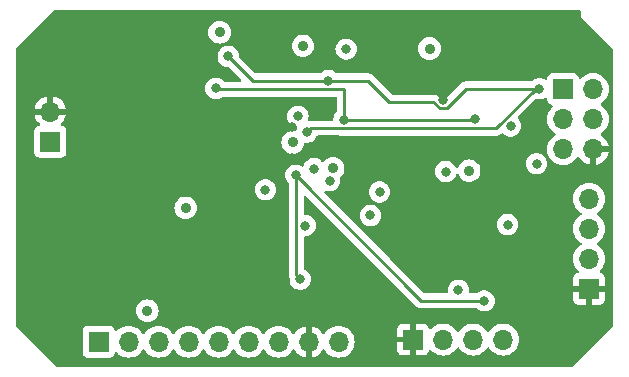
<source format=gbl>
%TF.GenerationSoftware,KiCad,Pcbnew,7.99.0-4047-gfc85112a72*%
%TF.CreationDate,2024-01-03T20:56:00+03:00*%
%TF.ProjectId,Prj 3 MCU DataLogger,50726a20-3320-44d4-9355-20446174614c,Version-1*%
%TF.SameCoordinates,Original*%
%TF.FileFunction,Copper,L4,Bot*%
%TF.FilePolarity,Positive*%
%FSLAX46Y46*%
G04 Gerber Fmt 4.6, Leading zero omitted, Abs format (unit mm)*
G04 Created by KiCad (PCBNEW 7.99.0-4047-gfc85112a72) date 2024-01-03 20:56:00*
%MOMM*%
%LPD*%
G01*
G04 APERTURE LIST*
%TA.AperFunction,ComponentPad*%
%ADD10R,1.700000X1.700000*%
%TD*%
%TA.AperFunction,ComponentPad*%
%ADD11O,1.700000X1.700000*%
%TD*%
%TA.AperFunction,ViaPad*%
%ADD12C,0.800000*%
%TD*%
%TA.AperFunction,ViaPad*%
%ADD13C,0.900000*%
%TD*%
%TA.AperFunction,Conductor*%
%ADD14C,0.250000*%
%TD*%
G04 APERTURE END LIST*
D10*
%TO.P,J4,1,Pin_1*%
%TO.N,/MISO*%
X134264400Y-78282800D03*
D11*
%TO.P,J4,2,Pin_2*%
%TO.N,/Vcc*%
X136804400Y-78282800D03*
%TO.P,J4,3,Pin_3*%
%TO.N,/SCK*%
X134264400Y-80822800D03*
%TO.P,J4,4,Pin_4*%
%TO.N,/MOSI*%
X136804400Y-80822800D03*
%TO.P,J4,5,Pin_5*%
%TO.N,/RESET*%
X134264400Y-83362800D03*
%TO.P,J4,6,Pin_6*%
%TO.N,GND*%
X136804400Y-83362800D03*
%TD*%
D10*
%TO.P,J2,1*%
%TO.N,GND*%
X121564400Y-99491800D03*
D11*
%TO.P,J2,2*%
%TO.N,/Vcc*%
X124104400Y-99491800D03*
%TO.P,J2,3*%
%TO.N,/RX*%
X126644400Y-99491800D03*
%TO.P,J2,4*%
%TO.N,/TX*%
X129184400Y-99491800D03*
%TD*%
D10*
%TO.P,J1,1*%
%TO.N,GND*%
X136474200Y-95189200D03*
D11*
%TO.P,J1,2*%
%TO.N,/Vcc*%
X136474200Y-92649200D03*
%TO.P,J1,3*%
%TO.N,/SDA*%
X136474200Y-90109200D03*
%TO.P,J1,4*%
%TO.N,/SCK*%
X136474200Y-87569200D03*
%TD*%
D10*
%TO.P,BT1,1,+*%
%TO.N,/Vcc*%
X90855800Y-82732800D03*
D11*
%TO.P,BT1,2,-*%
%TO.N,GND*%
X90855800Y-80192800D03*
%TD*%
D10*
%TO.P,J3,1*%
%TO.N,/D2*%
X94945200Y-99669600D03*
D11*
%TO.P,J3,2*%
%TO.N,/D3*%
X97485200Y-99669600D03*
%TO.P,J3,3*%
%TO.N,/D4*%
X100025200Y-99669600D03*
%TO.P,J3,4*%
%TO.N,/D5*%
X102565200Y-99669600D03*
%TO.P,J3,5*%
%TO.N,/D6*%
X105105200Y-99669600D03*
%TO.P,J3,6*%
%TO.N,/D7*%
X107645200Y-99669600D03*
%TO.P,J3,7*%
%TO.N,/D8*%
X110185200Y-99669600D03*
%TO.P,J3,8*%
%TO.N,GND*%
X112725200Y-99669600D03*
%TO.P,J3,9*%
%TO.N,/Vcc*%
X115265200Y-99669600D03*
%TD*%
D12*
%TO.N,/SDA*%
X126847600Y-80848200D03*
%TO.N,/SCK*%
X105918000Y-75514200D03*
%TO.N,/SDA*%
X115722400Y-80877174D03*
X104876600Y-78232000D03*
%TO.N,/SCK*%
X112547400Y-81940400D03*
X114401600Y-77571600D03*
X132257800Y-78257400D03*
%TO.N,Net-(U4-PB6)*%
X127584200Y-96215200D03*
X111633000Y-85572600D03*
X112014000Y-94386400D03*
D13*
%TO.N,/Vcc*%
X114801638Y-84999793D03*
D12*
%TO.N,GND*%
X124104400Y-79171800D03*
D13*
%TO.N,/Vcc*%
X111379000Y-82804000D03*
D12*
%TO.N,GND*%
X111328200Y-84124800D03*
X111353600Y-81483200D03*
X116179600Y-82905600D03*
X98526600Y-93167200D03*
D13*
%TO.N,/Vcc*%
X99060000Y-97053400D03*
X105181400Y-73482200D03*
D12*
%TO.N,GND*%
X94919800Y-76174600D03*
X96647000Y-87833200D03*
%TO.N,/RESET*%
X129819400Y-81407000D03*
X111812244Y-80594577D03*
%TO.N,GND*%
X103428800Y-85191600D03*
D13*
%TO.N,/Vcc*%
X102311200Y-88341200D03*
X112242600Y-74625200D03*
D12*
%TO.N,GND*%
X110794800Y-74295000D03*
X118440200Y-74853800D03*
D13*
%TO.N,/Vcc*%
X122961400Y-74853800D03*
D12*
%TO.N,GND*%
X124417000Y-87172800D03*
X123164600Y-92735400D03*
%TO.N,/MISO*%
X117957600Y-88987800D03*
%TO.N,/SDA*%
X132029200Y-84607400D03*
D13*
%TO.N,/Vcc*%
X126314200Y-85191600D03*
D12*
%TO.N,Net-(U4-AREF)*%
X113182400Y-85013800D03*
X125399800Y-95326200D03*
%TO.N,Net-(U4-PB7)*%
X112420400Y-89839800D03*
X109055982Y-86811985D03*
X115900200Y-74904600D03*
%TO.N,/SCK*%
X118731200Y-86998448D03*
X124333000Y-85267800D03*
%TO.N,/MOSI*%
X114491600Y-86055200D03*
X129565400Y-89763600D03*
%TD*%
D14*
%TO.N,/SCK*%
X131943695Y-78257400D02*
X132257800Y-78257400D01*
X115422095Y-81602174D02*
X128598921Y-81602174D01*
X115404721Y-81584800D02*
X115422095Y-81602174D01*
X128598921Y-81602174D02*
X131943695Y-78257400D01*
X112903000Y-81584800D02*
X115404721Y-81584800D01*
X112547400Y-81940400D02*
X112903000Y-81584800D01*
%TO.N,/SDA*%
X126818626Y-80877174D02*
X126847600Y-80848200D01*
X115722400Y-80877174D02*
X126818626Y-80877174D01*
%TO.N,/SCK*%
X119554542Y-79375000D02*
X117751142Y-77571600D01*
X123282295Y-79375000D02*
X119554542Y-79375000D01*
X123804095Y-79896800D02*
X123282295Y-79375000D01*
X124404705Y-79896800D02*
X123804095Y-79896800D01*
X126044105Y-78257400D02*
X124404705Y-79896800D01*
X132257800Y-78257400D02*
X126044105Y-78257400D01*
X117751142Y-77571600D02*
X114401600Y-77571600D01*
%TO.N,Net-(U4-PB6)*%
X122275600Y-96215200D02*
X111633000Y-85572600D01*
X127584200Y-96215200D02*
X122275600Y-96215200D01*
%TO.N,/SCK*%
X107975400Y-77571600D02*
X114401600Y-77571600D01*
X105918000Y-75514200D02*
X107975400Y-77571600D01*
%TO.N,/SDA*%
X104941200Y-78296600D02*
X104876600Y-78232000D01*
X115722400Y-78296600D02*
X104941200Y-78296600D01*
X115722400Y-80877174D02*
X115722400Y-78296600D01*
%TO.N,Net-(U4-PB6)*%
X111695400Y-85635000D02*
X111633000Y-85572600D01*
X111695400Y-94067800D02*
X111695400Y-85635000D01*
X112014000Y-94386400D02*
X111695400Y-94067800D01*
%TD*%
%TA.AperFunction,Conductor*%
%TO.N,GND*%
G36*
X135756839Y-71647685D02*
G01*
X135802594Y-71700489D01*
X135813800Y-71752000D01*
X135813800Y-72186800D01*
X138419081Y-74792081D01*
X138452566Y-74853404D01*
X138455400Y-74879762D01*
X138455400Y-98322838D01*
X138435715Y-98389877D01*
X138419081Y-98410519D01*
X135088119Y-101741481D01*
X135026796Y-101774966D01*
X135000438Y-101777800D01*
X91415162Y-101777800D01*
X91348123Y-101758115D01*
X91327481Y-101741481D01*
X90153470Y-100567470D01*
X93594700Y-100567470D01*
X93594701Y-100567476D01*
X93601108Y-100627083D01*
X93651402Y-100761928D01*
X93651406Y-100761935D01*
X93737652Y-100877144D01*
X93737655Y-100877147D01*
X93852864Y-100963393D01*
X93852871Y-100963397D01*
X93987717Y-101013691D01*
X93987716Y-101013691D01*
X93994644Y-101014435D01*
X94047327Y-101020100D01*
X95843072Y-101020099D01*
X95902683Y-101013691D01*
X96037531Y-100963396D01*
X96152746Y-100877146D01*
X96238996Y-100761931D01*
X96288010Y-100630516D01*
X96329881Y-100574584D01*
X96395345Y-100550166D01*
X96463618Y-100565017D01*
X96491873Y-100586169D01*
X96613799Y-100708095D01*
X96696069Y-100765701D01*
X96807365Y-100843632D01*
X96807367Y-100843633D01*
X96807370Y-100843635D01*
X97021537Y-100943503D01*
X97249792Y-101004663D01*
X97426234Y-101020100D01*
X97485199Y-101025259D01*
X97485200Y-101025259D01*
X97485201Y-101025259D01*
X97544166Y-101020100D01*
X97720608Y-101004663D01*
X97948863Y-100943503D01*
X98163030Y-100843635D01*
X98356601Y-100708095D01*
X98523695Y-100541001D01*
X98653625Y-100355442D01*
X98708202Y-100311817D01*
X98777700Y-100304623D01*
X98840055Y-100336146D01*
X98856775Y-100355442D01*
X98986700Y-100540995D01*
X98986705Y-100541001D01*
X99153799Y-100708095D01*
X99236069Y-100765701D01*
X99347365Y-100843632D01*
X99347367Y-100843633D01*
X99347370Y-100843635D01*
X99561537Y-100943503D01*
X99789792Y-101004663D01*
X99966234Y-101020100D01*
X100025199Y-101025259D01*
X100025200Y-101025259D01*
X100025201Y-101025259D01*
X100084166Y-101020100D01*
X100260608Y-101004663D01*
X100488863Y-100943503D01*
X100703030Y-100843635D01*
X100896601Y-100708095D01*
X101063695Y-100541001D01*
X101193625Y-100355442D01*
X101248202Y-100311817D01*
X101317700Y-100304623D01*
X101380055Y-100336146D01*
X101396775Y-100355442D01*
X101526700Y-100540995D01*
X101526705Y-100541001D01*
X101693799Y-100708095D01*
X101776069Y-100765701D01*
X101887365Y-100843632D01*
X101887367Y-100843633D01*
X101887370Y-100843635D01*
X102101537Y-100943503D01*
X102329792Y-101004663D01*
X102506234Y-101020100D01*
X102565199Y-101025259D01*
X102565200Y-101025259D01*
X102565201Y-101025259D01*
X102624166Y-101020100D01*
X102800608Y-101004663D01*
X103028863Y-100943503D01*
X103243030Y-100843635D01*
X103436601Y-100708095D01*
X103603695Y-100541001D01*
X103733625Y-100355442D01*
X103788202Y-100311817D01*
X103857700Y-100304623D01*
X103920055Y-100336146D01*
X103936775Y-100355442D01*
X104066700Y-100540995D01*
X104066705Y-100541001D01*
X104233799Y-100708095D01*
X104316069Y-100765701D01*
X104427365Y-100843632D01*
X104427367Y-100843633D01*
X104427370Y-100843635D01*
X104641537Y-100943503D01*
X104869792Y-101004663D01*
X105046234Y-101020100D01*
X105105199Y-101025259D01*
X105105200Y-101025259D01*
X105105201Y-101025259D01*
X105164166Y-101020100D01*
X105340608Y-101004663D01*
X105568863Y-100943503D01*
X105783030Y-100843635D01*
X105976601Y-100708095D01*
X106143695Y-100541001D01*
X106273625Y-100355442D01*
X106328202Y-100311817D01*
X106397700Y-100304623D01*
X106460055Y-100336146D01*
X106476775Y-100355442D01*
X106606700Y-100540995D01*
X106606705Y-100541001D01*
X106773799Y-100708095D01*
X106856069Y-100765701D01*
X106967365Y-100843632D01*
X106967367Y-100843633D01*
X106967370Y-100843635D01*
X107181537Y-100943503D01*
X107409792Y-101004663D01*
X107586234Y-101020100D01*
X107645199Y-101025259D01*
X107645200Y-101025259D01*
X107645201Y-101025259D01*
X107704166Y-101020100D01*
X107880608Y-101004663D01*
X108108863Y-100943503D01*
X108323030Y-100843635D01*
X108516601Y-100708095D01*
X108683695Y-100541001D01*
X108813625Y-100355442D01*
X108868202Y-100311817D01*
X108937700Y-100304623D01*
X109000055Y-100336146D01*
X109016775Y-100355442D01*
X109146700Y-100540995D01*
X109146705Y-100541001D01*
X109313799Y-100708095D01*
X109396069Y-100765701D01*
X109507365Y-100843632D01*
X109507367Y-100843633D01*
X109507370Y-100843635D01*
X109721537Y-100943503D01*
X109949792Y-101004663D01*
X110126234Y-101020100D01*
X110185199Y-101025259D01*
X110185200Y-101025259D01*
X110185201Y-101025259D01*
X110244166Y-101020100D01*
X110420608Y-101004663D01*
X110648863Y-100943503D01*
X110863030Y-100843635D01*
X111056601Y-100708095D01*
X111223695Y-100541001D01*
X111353930Y-100355005D01*
X111408507Y-100311381D01*
X111478005Y-100304187D01*
X111540360Y-100335710D01*
X111557079Y-100355005D01*
X111687090Y-100540678D01*
X111854117Y-100707705D01*
X112047621Y-100843200D01*
X112261707Y-100943029D01*
X112261716Y-100943033D01*
X112475200Y-101000234D01*
X112475200Y-100102612D01*
X112532207Y-100135525D01*
X112659374Y-100169600D01*
X112791026Y-100169600D01*
X112918193Y-100135525D01*
X112975200Y-100102612D01*
X112975200Y-101000233D01*
X113188683Y-100943033D01*
X113188692Y-100943029D01*
X113402778Y-100843200D01*
X113596282Y-100707705D01*
X113763305Y-100540682D01*
X113893319Y-100355005D01*
X113947896Y-100311381D01*
X114017395Y-100304188D01*
X114079749Y-100335710D01*
X114096469Y-100355005D01*
X114226705Y-100541001D01*
X114393799Y-100708095D01*
X114476069Y-100765701D01*
X114587365Y-100843632D01*
X114587367Y-100843633D01*
X114587370Y-100843635D01*
X114801537Y-100943503D01*
X115029792Y-101004663D01*
X115206234Y-101020100D01*
X115265199Y-101025259D01*
X115265200Y-101025259D01*
X115265201Y-101025259D01*
X115324166Y-101020100D01*
X115500608Y-101004663D01*
X115728863Y-100943503D01*
X115943030Y-100843635D01*
X116136601Y-100708095D01*
X116303695Y-100541001D01*
X116409676Y-100389644D01*
X120214400Y-100389644D01*
X120220801Y-100449172D01*
X120220803Y-100449179D01*
X120271045Y-100583886D01*
X120271049Y-100583893D01*
X120357209Y-100698987D01*
X120357212Y-100698990D01*
X120472306Y-100785150D01*
X120472313Y-100785154D01*
X120607020Y-100835396D01*
X120607027Y-100835398D01*
X120666555Y-100841799D01*
X120666572Y-100841800D01*
X121314400Y-100841800D01*
X121314400Y-99924812D01*
X121371407Y-99957725D01*
X121498574Y-99991800D01*
X121630226Y-99991800D01*
X121757393Y-99957725D01*
X121814400Y-99924812D01*
X121814400Y-100841800D01*
X122462228Y-100841800D01*
X122462244Y-100841799D01*
X122521772Y-100835398D01*
X122521779Y-100835396D01*
X122656486Y-100785154D01*
X122656493Y-100785150D01*
X122771587Y-100698990D01*
X122771590Y-100698987D01*
X122857750Y-100583893D01*
X122857754Y-100583886D01*
X122906822Y-100452329D01*
X122948693Y-100396395D01*
X123014157Y-100371978D01*
X123082430Y-100386830D01*
X123110685Y-100407981D01*
X123232999Y-100530295D01*
X123286095Y-100567473D01*
X123426565Y-100665832D01*
X123426567Y-100665833D01*
X123426570Y-100665835D01*
X123640737Y-100765703D01*
X123868992Y-100826863D01*
X124039719Y-100841800D01*
X124104399Y-100847459D01*
X124104400Y-100847459D01*
X124104401Y-100847459D01*
X124143634Y-100844026D01*
X124339808Y-100826863D01*
X124568063Y-100765703D01*
X124782230Y-100665835D01*
X124975801Y-100530295D01*
X125142895Y-100363201D01*
X125272825Y-100177642D01*
X125327402Y-100134017D01*
X125396900Y-100126823D01*
X125459255Y-100158346D01*
X125475975Y-100177642D01*
X125605900Y-100363195D01*
X125605905Y-100363201D01*
X125772999Y-100530295D01*
X125826095Y-100567473D01*
X125966565Y-100665832D01*
X125966567Y-100665833D01*
X125966570Y-100665835D01*
X126180737Y-100765703D01*
X126408992Y-100826863D01*
X126579719Y-100841800D01*
X126644399Y-100847459D01*
X126644400Y-100847459D01*
X126644401Y-100847459D01*
X126683634Y-100844026D01*
X126879808Y-100826863D01*
X127108063Y-100765703D01*
X127322230Y-100665835D01*
X127515801Y-100530295D01*
X127682895Y-100363201D01*
X127812825Y-100177642D01*
X127867402Y-100134017D01*
X127936900Y-100126823D01*
X127999255Y-100158346D01*
X128015975Y-100177642D01*
X128145900Y-100363195D01*
X128145905Y-100363201D01*
X128312999Y-100530295D01*
X128366095Y-100567473D01*
X128506565Y-100665832D01*
X128506567Y-100665833D01*
X128506570Y-100665835D01*
X128720737Y-100765703D01*
X128948992Y-100826863D01*
X129119719Y-100841800D01*
X129184399Y-100847459D01*
X129184400Y-100847459D01*
X129184401Y-100847459D01*
X129223634Y-100844026D01*
X129419808Y-100826863D01*
X129648063Y-100765703D01*
X129862230Y-100665835D01*
X130055801Y-100530295D01*
X130222895Y-100363201D01*
X130358435Y-100169630D01*
X130458303Y-99955463D01*
X130519463Y-99727208D01*
X130540059Y-99491800D01*
X130519463Y-99256392D01*
X130458303Y-99028137D01*
X130358435Y-98813971D01*
X130352825Y-98805958D01*
X130222894Y-98620397D01*
X130055802Y-98453306D01*
X130055795Y-98453301D01*
X129862234Y-98317767D01*
X129862230Y-98317765D01*
X129791127Y-98284609D01*
X129648063Y-98217897D01*
X129648059Y-98217896D01*
X129648055Y-98217894D01*
X129419813Y-98156738D01*
X129419803Y-98156736D01*
X129184401Y-98136141D01*
X129184399Y-98136141D01*
X128948996Y-98156736D01*
X128948986Y-98156738D01*
X128720744Y-98217894D01*
X128720735Y-98217898D01*
X128506571Y-98317764D01*
X128506569Y-98317765D01*
X128312997Y-98453305D01*
X128145905Y-98620397D01*
X128015975Y-98805958D01*
X127961398Y-98849583D01*
X127891900Y-98856777D01*
X127829545Y-98825254D01*
X127812825Y-98805958D01*
X127682894Y-98620397D01*
X127515802Y-98453306D01*
X127515795Y-98453301D01*
X127322234Y-98317767D01*
X127322230Y-98317765D01*
X127251127Y-98284609D01*
X127108063Y-98217897D01*
X127108059Y-98217896D01*
X127108055Y-98217894D01*
X126879813Y-98156738D01*
X126879803Y-98156736D01*
X126644401Y-98136141D01*
X126644399Y-98136141D01*
X126408996Y-98156736D01*
X126408986Y-98156738D01*
X126180744Y-98217894D01*
X126180735Y-98217898D01*
X125966571Y-98317764D01*
X125966569Y-98317765D01*
X125772997Y-98453305D01*
X125605905Y-98620397D01*
X125475975Y-98805958D01*
X125421398Y-98849583D01*
X125351900Y-98856777D01*
X125289545Y-98825254D01*
X125272825Y-98805958D01*
X125142894Y-98620397D01*
X124975802Y-98453306D01*
X124975795Y-98453301D01*
X124782234Y-98317767D01*
X124782230Y-98317765D01*
X124711127Y-98284609D01*
X124568063Y-98217897D01*
X124568059Y-98217896D01*
X124568055Y-98217894D01*
X124339813Y-98156738D01*
X124339803Y-98156736D01*
X124104401Y-98136141D01*
X124104399Y-98136141D01*
X123868996Y-98156736D01*
X123868986Y-98156738D01*
X123640744Y-98217894D01*
X123640735Y-98217898D01*
X123426571Y-98317764D01*
X123426569Y-98317765D01*
X123233000Y-98453303D01*
X123110684Y-98575619D01*
X123049361Y-98609103D01*
X122979669Y-98604119D01*
X122923736Y-98562247D01*
X122906821Y-98531270D01*
X122857754Y-98399713D01*
X122857750Y-98399706D01*
X122771590Y-98284612D01*
X122771587Y-98284609D01*
X122656493Y-98198449D01*
X122656486Y-98198445D01*
X122521779Y-98148203D01*
X122521772Y-98148201D01*
X122462244Y-98141800D01*
X121814400Y-98141800D01*
X121814400Y-99058788D01*
X121757393Y-99025875D01*
X121630226Y-98991800D01*
X121498574Y-98991800D01*
X121371407Y-99025875D01*
X121314400Y-99058788D01*
X121314400Y-98141800D01*
X120666555Y-98141800D01*
X120607027Y-98148201D01*
X120607020Y-98148203D01*
X120472313Y-98198445D01*
X120472306Y-98198449D01*
X120357212Y-98284609D01*
X120357209Y-98284612D01*
X120271049Y-98399706D01*
X120271045Y-98399713D01*
X120220803Y-98534420D01*
X120220801Y-98534427D01*
X120214400Y-98593955D01*
X120214400Y-99241800D01*
X121131388Y-99241800D01*
X121098475Y-99298807D01*
X121064400Y-99425974D01*
X121064400Y-99557626D01*
X121098475Y-99684793D01*
X121131388Y-99741800D01*
X120214400Y-99741800D01*
X120214400Y-100389644D01*
X116409676Y-100389644D01*
X116439235Y-100347430D01*
X116539103Y-100133263D01*
X116600263Y-99905008D01*
X116620859Y-99669600D01*
X116600263Y-99434192D01*
X116539103Y-99205937D01*
X116439235Y-98991771D01*
X116433931Y-98984195D01*
X116303694Y-98798197D01*
X116136602Y-98631106D01*
X116136595Y-98631101D01*
X115943034Y-98495567D01*
X115943030Y-98495565D01*
X115943028Y-98495564D01*
X115728863Y-98395697D01*
X115728859Y-98395696D01*
X115728855Y-98395694D01*
X115500613Y-98334538D01*
X115500603Y-98334536D01*
X115265201Y-98313941D01*
X115265199Y-98313941D01*
X115029796Y-98334536D01*
X115029786Y-98334538D01*
X114801544Y-98395694D01*
X114801535Y-98395698D01*
X114587371Y-98495564D01*
X114587369Y-98495565D01*
X114393797Y-98631105D01*
X114226708Y-98798194D01*
X114096469Y-98984195D01*
X114041892Y-99027819D01*
X113972393Y-99035012D01*
X113910039Y-99003490D01*
X113893319Y-98984194D01*
X113763313Y-98798526D01*
X113763308Y-98798520D01*
X113596282Y-98631494D01*
X113402778Y-98495999D01*
X113188692Y-98396170D01*
X113188686Y-98396167D01*
X112975200Y-98338964D01*
X112975200Y-99236588D01*
X112918193Y-99203675D01*
X112791026Y-99169600D01*
X112659374Y-99169600D01*
X112532207Y-99203675D01*
X112475200Y-99236588D01*
X112475200Y-98338964D01*
X112475199Y-98338964D01*
X112261713Y-98396167D01*
X112261707Y-98396170D01*
X112047622Y-98495999D01*
X112047620Y-98496000D01*
X111854126Y-98631486D01*
X111854120Y-98631491D01*
X111687091Y-98798520D01*
X111687090Y-98798522D01*
X111557080Y-98984195D01*
X111502503Y-99027819D01*
X111433004Y-99035012D01*
X111370650Y-99003490D01*
X111353930Y-98984194D01*
X111223694Y-98798197D01*
X111056602Y-98631106D01*
X111056595Y-98631101D01*
X110863034Y-98495567D01*
X110863030Y-98495565D01*
X110863028Y-98495564D01*
X110648863Y-98395697D01*
X110648859Y-98395696D01*
X110648855Y-98395694D01*
X110420613Y-98334538D01*
X110420603Y-98334536D01*
X110185201Y-98313941D01*
X110185199Y-98313941D01*
X109949796Y-98334536D01*
X109949786Y-98334538D01*
X109721544Y-98395694D01*
X109721535Y-98395698D01*
X109507371Y-98495564D01*
X109507369Y-98495565D01*
X109313797Y-98631105D01*
X109146705Y-98798197D01*
X109016775Y-98983758D01*
X108962198Y-99027383D01*
X108892700Y-99034577D01*
X108830345Y-99003054D01*
X108813625Y-98983758D01*
X108683694Y-98798197D01*
X108516602Y-98631106D01*
X108516595Y-98631101D01*
X108323034Y-98495567D01*
X108323030Y-98495565D01*
X108323028Y-98495564D01*
X108108863Y-98395697D01*
X108108859Y-98395696D01*
X108108855Y-98395694D01*
X107880613Y-98334538D01*
X107880603Y-98334536D01*
X107645201Y-98313941D01*
X107645199Y-98313941D01*
X107409796Y-98334536D01*
X107409786Y-98334538D01*
X107181544Y-98395694D01*
X107181535Y-98395698D01*
X106967371Y-98495564D01*
X106967369Y-98495565D01*
X106773797Y-98631105D01*
X106606705Y-98798197D01*
X106476775Y-98983758D01*
X106422198Y-99027383D01*
X106352700Y-99034577D01*
X106290345Y-99003054D01*
X106273625Y-98983758D01*
X106143694Y-98798197D01*
X105976602Y-98631106D01*
X105976595Y-98631101D01*
X105783034Y-98495567D01*
X105783030Y-98495565D01*
X105783028Y-98495564D01*
X105568863Y-98395697D01*
X105568859Y-98395696D01*
X105568855Y-98395694D01*
X105340613Y-98334538D01*
X105340603Y-98334536D01*
X105105201Y-98313941D01*
X105105199Y-98313941D01*
X104869796Y-98334536D01*
X104869786Y-98334538D01*
X104641544Y-98395694D01*
X104641535Y-98395698D01*
X104427371Y-98495564D01*
X104427369Y-98495565D01*
X104233797Y-98631105D01*
X104066705Y-98798197D01*
X103936775Y-98983758D01*
X103882198Y-99027383D01*
X103812700Y-99034577D01*
X103750345Y-99003054D01*
X103733625Y-98983758D01*
X103603694Y-98798197D01*
X103436602Y-98631106D01*
X103436595Y-98631101D01*
X103243034Y-98495567D01*
X103243030Y-98495565D01*
X103243028Y-98495564D01*
X103028863Y-98395697D01*
X103028859Y-98395696D01*
X103028855Y-98395694D01*
X102800613Y-98334538D01*
X102800603Y-98334536D01*
X102565201Y-98313941D01*
X102565199Y-98313941D01*
X102329796Y-98334536D01*
X102329786Y-98334538D01*
X102101544Y-98395694D01*
X102101535Y-98395698D01*
X101887371Y-98495564D01*
X101887369Y-98495565D01*
X101693797Y-98631105D01*
X101526705Y-98798197D01*
X101396775Y-98983758D01*
X101342198Y-99027383D01*
X101272700Y-99034577D01*
X101210345Y-99003054D01*
X101193625Y-98983758D01*
X101063694Y-98798197D01*
X100896602Y-98631106D01*
X100896595Y-98631101D01*
X100703034Y-98495567D01*
X100703030Y-98495565D01*
X100703028Y-98495564D01*
X100488863Y-98395697D01*
X100488859Y-98395696D01*
X100488855Y-98395694D01*
X100260613Y-98334538D01*
X100260603Y-98334536D01*
X100025201Y-98313941D01*
X100025199Y-98313941D01*
X99789796Y-98334536D01*
X99789786Y-98334538D01*
X99561544Y-98395694D01*
X99561535Y-98395698D01*
X99347371Y-98495564D01*
X99347369Y-98495565D01*
X99153797Y-98631105D01*
X98986705Y-98798197D01*
X98856775Y-98983758D01*
X98802198Y-99027383D01*
X98732700Y-99034577D01*
X98670345Y-99003054D01*
X98653625Y-98983758D01*
X98523694Y-98798197D01*
X98356602Y-98631106D01*
X98356595Y-98631101D01*
X98163034Y-98495567D01*
X98163030Y-98495565D01*
X98163028Y-98495564D01*
X97948863Y-98395697D01*
X97948859Y-98395696D01*
X97948855Y-98395694D01*
X97720613Y-98334538D01*
X97720603Y-98334536D01*
X97485201Y-98313941D01*
X97485199Y-98313941D01*
X97249796Y-98334536D01*
X97249786Y-98334538D01*
X97021544Y-98395694D01*
X97021535Y-98395698D01*
X96807371Y-98495564D01*
X96807369Y-98495565D01*
X96613800Y-98631103D01*
X96491873Y-98753030D01*
X96430550Y-98786514D01*
X96360858Y-98781530D01*
X96304925Y-98739658D01*
X96288010Y-98708681D01*
X96238997Y-98577271D01*
X96238993Y-98577264D01*
X96152747Y-98462055D01*
X96152744Y-98462052D01*
X96037535Y-98375806D01*
X96037528Y-98375802D01*
X95902682Y-98325508D01*
X95902683Y-98325508D01*
X95843083Y-98319101D01*
X95843081Y-98319100D01*
X95843073Y-98319100D01*
X95843064Y-98319100D01*
X94047329Y-98319100D01*
X94047323Y-98319101D01*
X93987716Y-98325508D01*
X93852871Y-98375802D01*
X93852864Y-98375806D01*
X93737655Y-98462052D01*
X93737652Y-98462055D01*
X93651406Y-98577264D01*
X93651402Y-98577271D01*
X93601108Y-98712117D01*
X93594701Y-98771716D01*
X93594700Y-98771735D01*
X93594700Y-100567470D01*
X90153470Y-100567470D01*
X88021919Y-98435919D01*
X87988434Y-98374596D01*
X87985600Y-98348238D01*
X87985600Y-97053400D01*
X98104901Y-97053400D01*
X98123252Y-97239731D01*
X98123253Y-97239733D01*
X98177604Y-97418902D01*
X98265862Y-97584023D01*
X98265864Y-97584026D01*
X98384642Y-97728757D01*
X98529373Y-97847535D01*
X98529376Y-97847537D01*
X98694497Y-97935795D01*
X98694499Y-97935796D01*
X98873666Y-97990146D01*
X98873668Y-97990147D01*
X98890374Y-97991792D01*
X99060000Y-98008499D01*
X99246331Y-97990147D01*
X99425501Y-97935796D01*
X99590625Y-97847536D01*
X99735357Y-97728757D01*
X99854136Y-97584025D01*
X99942396Y-97418901D01*
X99996747Y-97239731D01*
X100015099Y-97053400D01*
X99996747Y-96867069D01*
X99942396Y-96687899D01*
X99902861Y-96613933D01*
X99854137Y-96522776D01*
X99854135Y-96522773D01*
X99735357Y-96378042D01*
X99590626Y-96259264D01*
X99590623Y-96259262D01*
X99425502Y-96171004D01*
X99246333Y-96116653D01*
X99246331Y-96116652D01*
X99060000Y-96098301D01*
X98873668Y-96116652D01*
X98873666Y-96116653D01*
X98694497Y-96171004D01*
X98529376Y-96259262D01*
X98529373Y-96259264D01*
X98384642Y-96378042D01*
X98265864Y-96522773D01*
X98265862Y-96522776D01*
X98177604Y-96687897D01*
X98123253Y-96867066D01*
X98123252Y-96867068D01*
X98104901Y-97053400D01*
X87985600Y-97053400D01*
X87985600Y-88341200D01*
X101356101Y-88341200D01*
X101374452Y-88527531D01*
X101374453Y-88527533D01*
X101428804Y-88706702D01*
X101517062Y-88871823D01*
X101517064Y-88871826D01*
X101635842Y-89016557D01*
X101780573Y-89135335D01*
X101780576Y-89135337D01*
X101945697Y-89223595D01*
X101945699Y-89223596D01*
X102124866Y-89277946D01*
X102124868Y-89277947D01*
X102141574Y-89279592D01*
X102311200Y-89296299D01*
X102497531Y-89277947D01*
X102676701Y-89223596D01*
X102841825Y-89135336D01*
X102986557Y-89016557D01*
X103105336Y-88871825D01*
X103193596Y-88706701D01*
X103247947Y-88527531D01*
X103266299Y-88341200D01*
X103247947Y-88154869D01*
X103193596Y-87975699D01*
X103105336Y-87810575D01*
X103105335Y-87810573D01*
X102986557Y-87665842D01*
X102841826Y-87547064D01*
X102841823Y-87547062D01*
X102676702Y-87458804D01*
X102497533Y-87404453D01*
X102497531Y-87404452D01*
X102311200Y-87386101D01*
X102124868Y-87404452D01*
X102124866Y-87404453D01*
X101945697Y-87458804D01*
X101780576Y-87547062D01*
X101780573Y-87547064D01*
X101635842Y-87665842D01*
X101517064Y-87810573D01*
X101517062Y-87810576D01*
X101428804Y-87975697D01*
X101374453Y-88154866D01*
X101374452Y-88154868D01*
X101356101Y-88341200D01*
X87985600Y-88341200D01*
X87985600Y-86811985D01*
X108150522Y-86811985D01*
X108170308Y-87000241D01*
X108170309Y-87000244D01*
X108228800Y-87180262D01*
X108228803Y-87180269D01*
X108323449Y-87344201D01*
X108413716Y-87444452D01*
X108450111Y-87484873D01*
X108603247Y-87596133D01*
X108603252Y-87596136D01*
X108776174Y-87673127D01*
X108776179Y-87673129D01*
X108961336Y-87712485D01*
X108961337Y-87712485D01*
X109150626Y-87712485D01*
X109150628Y-87712485D01*
X109335785Y-87673129D01*
X109508712Y-87596136D01*
X109661853Y-87484873D01*
X109788515Y-87344201D01*
X109883161Y-87180269D01*
X109941656Y-87000241D01*
X109961442Y-86811985D01*
X109941656Y-86623729D01*
X109883161Y-86443701D01*
X109788515Y-86279769D01*
X109661853Y-86139097D01*
X109659387Y-86137305D01*
X109508716Y-86027836D01*
X109508711Y-86027833D01*
X109335789Y-85950842D01*
X109335784Y-85950840D01*
X109165358Y-85914616D01*
X109150628Y-85911485D01*
X108961336Y-85911485D01*
X108946606Y-85914616D01*
X108776179Y-85950840D01*
X108776174Y-85950842D01*
X108603252Y-86027833D01*
X108603247Y-86027836D01*
X108450111Y-86139096D01*
X108323448Y-86279770D01*
X108228803Y-86443700D01*
X108228800Y-86443707D01*
X108170309Y-86623725D01*
X108170308Y-86623729D01*
X108150522Y-86811985D01*
X87985600Y-86811985D01*
X87985600Y-85572600D01*
X110727540Y-85572600D01*
X110747326Y-85760856D01*
X110747327Y-85760859D01*
X110805818Y-85940877D01*
X110805821Y-85940884D01*
X110900467Y-86104816D01*
X110992710Y-86207262D01*
X111027126Y-86245485D01*
X111028869Y-86247054D01*
X111029584Y-86248214D01*
X111031478Y-86250318D01*
X111031093Y-86250664D01*
X111065519Y-86306539D01*
X111069900Y-86339207D01*
X111069900Y-94129411D01*
X111093935Y-94250247D01*
X111093938Y-94250254D01*
X111104947Y-94276835D01*
X111113705Y-94337240D01*
X111108540Y-94386397D01*
X111108540Y-94386400D01*
X111128326Y-94574656D01*
X111128327Y-94574659D01*
X111186818Y-94754677D01*
X111186821Y-94754684D01*
X111281467Y-94918616D01*
X111408129Y-95059288D01*
X111561265Y-95170548D01*
X111561270Y-95170551D01*
X111734192Y-95247542D01*
X111734197Y-95247544D01*
X111919354Y-95286900D01*
X111919355Y-95286900D01*
X112108644Y-95286900D01*
X112108646Y-95286900D01*
X112293803Y-95247544D01*
X112466730Y-95170551D01*
X112619871Y-95059288D01*
X112746533Y-94918616D01*
X112841179Y-94754684D01*
X112899674Y-94574656D01*
X112919460Y-94386400D01*
X112899674Y-94198144D01*
X112841179Y-94018116D01*
X112746533Y-93854184D01*
X112619871Y-93713512D01*
X112584337Y-93687695D01*
X112466730Y-93602248D01*
X112394464Y-93570073D01*
X112341227Y-93524823D01*
X112320906Y-93457973D01*
X112320900Y-93456794D01*
X112320900Y-90864300D01*
X112340585Y-90797261D01*
X112393389Y-90751506D01*
X112444900Y-90740300D01*
X112515044Y-90740300D01*
X112515046Y-90740300D01*
X112700203Y-90700944D01*
X112873130Y-90623951D01*
X113026271Y-90512688D01*
X113152933Y-90372016D01*
X113247579Y-90208084D01*
X113306074Y-90028056D01*
X113325860Y-89839800D01*
X113306074Y-89651544D01*
X113247579Y-89471516D01*
X113152933Y-89307584D01*
X113026271Y-89166912D01*
X112982812Y-89135337D01*
X112873134Y-89055651D01*
X112873129Y-89055648D01*
X112700207Y-88978657D01*
X112700202Y-88978655D01*
X112521985Y-88940775D01*
X112515046Y-88939300D01*
X112444900Y-88939300D01*
X112377861Y-88919615D01*
X112332106Y-88866811D01*
X112320900Y-88815300D01*
X112320900Y-87444452D01*
X112340585Y-87377413D01*
X112393389Y-87331658D01*
X112462547Y-87321714D01*
X112526103Y-87350739D01*
X112532581Y-87356771D01*
X121786616Y-96610806D01*
X121786645Y-96610837D01*
X121876863Y-96701055D01*
X121876867Y-96701058D01*
X121979307Y-96769507D01*
X121979313Y-96769510D01*
X121979314Y-96769511D01*
X122093148Y-96816663D01*
X122153571Y-96828681D01*
X122213993Y-96840700D01*
X122213994Y-96840700D01*
X126880452Y-96840700D01*
X126947491Y-96860385D01*
X126972600Y-96881726D01*
X126978326Y-96888085D01*
X126978330Y-96888089D01*
X127131465Y-96999348D01*
X127131470Y-96999351D01*
X127304392Y-97076342D01*
X127304397Y-97076344D01*
X127489554Y-97115700D01*
X127489555Y-97115700D01*
X127678844Y-97115700D01*
X127678846Y-97115700D01*
X127864003Y-97076344D01*
X128036930Y-96999351D01*
X128190071Y-96888088D01*
X128316733Y-96747416D01*
X128411379Y-96583484D01*
X128469874Y-96403456D01*
X128489660Y-96215200D01*
X128469874Y-96026944D01*
X128411379Y-95846916D01*
X128316733Y-95682984D01*
X128190071Y-95542312D01*
X128190070Y-95542311D01*
X128036934Y-95431051D01*
X128036929Y-95431048D01*
X127864007Y-95354057D01*
X127864002Y-95354055D01*
X127718201Y-95323065D01*
X127678846Y-95314700D01*
X127489554Y-95314700D01*
X127457097Y-95321598D01*
X127304397Y-95354055D01*
X127304392Y-95354057D01*
X127131470Y-95431048D01*
X127131465Y-95431051D01*
X126978330Y-95542310D01*
X126978326Y-95542314D01*
X126972600Y-95548674D01*
X126913113Y-95585321D01*
X126880452Y-95589700D01*
X126415281Y-95589700D01*
X126348242Y-95570015D01*
X126302487Y-95517211D01*
X126291960Y-95452741D01*
X126305260Y-95326200D01*
X126285474Y-95137944D01*
X126226979Y-94957916D01*
X126132333Y-94793984D01*
X126005671Y-94653312D01*
X126005670Y-94653311D01*
X125852534Y-94542051D01*
X125852529Y-94542048D01*
X125679607Y-94465057D01*
X125679602Y-94465055D01*
X125533801Y-94434065D01*
X125494446Y-94425700D01*
X125305154Y-94425700D01*
X125272697Y-94432598D01*
X125119997Y-94465055D01*
X125119992Y-94465057D01*
X124947070Y-94542048D01*
X124947065Y-94542051D01*
X124793929Y-94653311D01*
X124667266Y-94793985D01*
X124572621Y-94957915D01*
X124572618Y-94957922D01*
X124518860Y-95123374D01*
X124514126Y-95137944D01*
X124494340Y-95326200D01*
X124507639Y-95452740D01*
X124495070Y-95521468D01*
X124447338Y-95572492D01*
X124384319Y-95589700D01*
X122586052Y-95589700D01*
X122519013Y-95570015D01*
X122498371Y-95553381D01*
X119594190Y-92649200D01*
X135118541Y-92649200D01*
X135139136Y-92884603D01*
X135139138Y-92884613D01*
X135200294Y-93112855D01*
X135200296Y-93112859D01*
X135200297Y-93112863D01*
X135300165Y-93327030D01*
X135300167Y-93327034D01*
X135391027Y-93456794D01*
X135435701Y-93520596D01*
X135435706Y-93520602D01*
X135558018Y-93642914D01*
X135591503Y-93704237D01*
X135586519Y-93773929D01*
X135544647Y-93829862D01*
X135513671Y-93846777D01*
X135382112Y-93895846D01*
X135382106Y-93895849D01*
X135267012Y-93982009D01*
X135267009Y-93982012D01*
X135180849Y-94097106D01*
X135180845Y-94097113D01*
X135130603Y-94231820D01*
X135130601Y-94231827D01*
X135124200Y-94291355D01*
X135124200Y-94939200D01*
X136041188Y-94939200D01*
X136008275Y-94996207D01*
X135974200Y-95123374D01*
X135974200Y-95255026D01*
X136008275Y-95382193D01*
X136041188Y-95439200D01*
X135124200Y-95439200D01*
X135124200Y-96087044D01*
X135130601Y-96146572D01*
X135130603Y-96146579D01*
X135180845Y-96281286D01*
X135180849Y-96281293D01*
X135267009Y-96396387D01*
X135267012Y-96396390D01*
X135382106Y-96482550D01*
X135382113Y-96482554D01*
X135516820Y-96532796D01*
X135516827Y-96532798D01*
X135576355Y-96539199D01*
X135576372Y-96539200D01*
X136224200Y-96539200D01*
X136224200Y-95622212D01*
X136281207Y-95655125D01*
X136408374Y-95689200D01*
X136540026Y-95689200D01*
X136667193Y-95655125D01*
X136724200Y-95622212D01*
X136724200Y-96539200D01*
X137372028Y-96539200D01*
X137372044Y-96539199D01*
X137431572Y-96532798D01*
X137431579Y-96532796D01*
X137566286Y-96482554D01*
X137566293Y-96482550D01*
X137681387Y-96396390D01*
X137681390Y-96396387D01*
X137767550Y-96281293D01*
X137767554Y-96281286D01*
X137817796Y-96146579D01*
X137817798Y-96146572D01*
X137824199Y-96087044D01*
X137824200Y-96087027D01*
X137824200Y-95439200D01*
X136907212Y-95439200D01*
X136940125Y-95382193D01*
X136974200Y-95255026D01*
X136974200Y-95123374D01*
X136940125Y-94996207D01*
X136907212Y-94939200D01*
X137824200Y-94939200D01*
X137824200Y-94291372D01*
X137824199Y-94291355D01*
X137817798Y-94231827D01*
X137817796Y-94231820D01*
X137767554Y-94097113D01*
X137767550Y-94097106D01*
X137681390Y-93982012D01*
X137681387Y-93982009D01*
X137566293Y-93895849D01*
X137566288Y-93895846D01*
X137434728Y-93846777D01*
X137378795Y-93804905D01*
X137354378Y-93739441D01*
X137369230Y-93671168D01*
X137390375Y-93642920D01*
X137512695Y-93520601D01*
X137648235Y-93327030D01*
X137748103Y-93112863D01*
X137809263Y-92884608D01*
X137829859Y-92649200D01*
X137809263Y-92413792D01*
X137748103Y-92185537D01*
X137648235Y-91971371D01*
X137512695Y-91777799D01*
X137512694Y-91777797D01*
X137345602Y-91610706D01*
X137345596Y-91610701D01*
X137160042Y-91480775D01*
X137116417Y-91426198D01*
X137109223Y-91356700D01*
X137140746Y-91294345D01*
X137160042Y-91277625D01*
X137182226Y-91262091D01*
X137345601Y-91147695D01*
X137512695Y-90980601D01*
X137648235Y-90787030D01*
X137748103Y-90572863D01*
X137809263Y-90344608D01*
X137829859Y-90109200D01*
X137809263Y-89873792D01*
X137749713Y-89651544D01*
X137748105Y-89645544D01*
X137748104Y-89645543D01*
X137748103Y-89645537D01*
X137648235Y-89431371D01*
X137622994Y-89395322D01*
X137512694Y-89237797D01*
X137345602Y-89070706D01*
X137345596Y-89070701D01*
X137160042Y-88940775D01*
X137116417Y-88886198D01*
X137109223Y-88816700D01*
X137140746Y-88754345D01*
X137160042Y-88737625D01*
X137328710Y-88619522D01*
X137345601Y-88607695D01*
X137512695Y-88440601D01*
X137648235Y-88247030D01*
X137748103Y-88032863D01*
X137809263Y-87804608D01*
X137829859Y-87569200D01*
X137809263Y-87333792D01*
X137748103Y-87105537D01*
X137648235Y-86891371D01*
X137611811Y-86839351D01*
X137512694Y-86697797D01*
X137345602Y-86530706D01*
X137345595Y-86530701D01*
X137152034Y-86395167D01*
X137152030Y-86395165D01*
X137099466Y-86370654D01*
X136937863Y-86295297D01*
X136937859Y-86295296D01*
X136937855Y-86295294D01*
X136709613Y-86234138D01*
X136709603Y-86234136D01*
X136474201Y-86213541D01*
X136474199Y-86213541D01*
X136238796Y-86234136D01*
X136238786Y-86234138D01*
X136010544Y-86295294D01*
X136010535Y-86295298D01*
X135796371Y-86395164D01*
X135796369Y-86395165D01*
X135602797Y-86530705D01*
X135435705Y-86697797D01*
X135300165Y-86891369D01*
X135300164Y-86891371D01*
X135200298Y-87105535D01*
X135200294Y-87105544D01*
X135139138Y-87333786D01*
X135139136Y-87333796D01*
X135118541Y-87569199D01*
X135118541Y-87569200D01*
X135139136Y-87804603D01*
X135139138Y-87804613D01*
X135200294Y-88032855D01*
X135200296Y-88032859D01*
X135200297Y-88032863D01*
X135279936Y-88203648D01*
X135300165Y-88247030D01*
X135300167Y-88247034D01*
X135435701Y-88440595D01*
X135435706Y-88440602D01*
X135602797Y-88607693D01*
X135602803Y-88607698D01*
X135788358Y-88737625D01*
X135831983Y-88792202D01*
X135839177Y-88861700D01*
X135807654Y-88924055D01*
X135788358Y-88940775D01*
X135602797Y-89070705D01*
X135435705Y-89237797D01*
X135300165Y-89431369D01*
X135300164Y-89431371D01*
X135200298Y-89645535D01*
X135200294Y-89645544D01*
X135139138Y-89873786D01*
X135139136Y-89873796D01*
X135118541Y-90109199D01*
X135118541Y-90109200D01*
X135139136Y-90344603D01*
X135139138Y-90344613D01*
X135200294Y-90572855D01*
X135200296Y-90572859D01*
X135200297Y-90572863D01*
X135277893Y-90739268D01*
X135300165Y-90787030D01*
X135300167Y-90787034D01*
X135435701Y-90980595D01*
X135435706Y-90980602D01*
X135602797Y-91147693D01*
X135602803Y-91147698D01*
X135788358Y-91277625D01*
X135831983Y-91332202D01*
X135839177Y-91401700D01*
X135807654Y-91464055D01*
X135788358Y-91480775D01*
X135602797Y-91610705D01*
X135435705Y-91777797D01*
X135300165Y-91971369D01*
X135300164Y-91971371D01*
X135200298Y-92185535D01*
X135200294Y-92185544D01*
X135139138Y-92413786D01*
X135139136Y-92413796D01*
X135118541Y-92649199D01*
X135118541Y-92649200D01*
X119594190Y-92649200D01*
X115932790Y-88987800D01*
X117052140Y-88987800D01*
X117071926Y-89176056D01*
X117071927Y-89176059D01*
X117130418Y-89356077D01*
X117130421Y-89356084D01*
X117225067Y-89520016D01*
X117274885Y-89575344D01*
X117351729Y-89660688D01*
X117504865Y-89771948D01*
X117504870Y-89771951D01*
X117677792Y-89848942D01*
X117677797Y-89848944D01*
X117862954Y-89888300D01*
X117862955Y-89888300D01*
X118052244Y-89888300D01*
X118052246Y-89888300D01*
X118237403Y-89848944D01*
X118410330Y-89771951D01*
X118421824Y-89763600D01*
X128659940Y-89763600D01*
X128679726Y-89951856D01*
X128679727Y-89951859D01*
X128738218Y-90131877D01*
X128738221Y-90131884D01*
X128832867Y-90295816D01*
X128901478Y-90372016D01*
X128959529Y-90436488D01*
X129112665Y-90547748D01*
X129112670Y-90547751D01*
X129285592Y-90624742D01*
X129285597Y-90624744D01*
X129470754Y-90664100D01*
X129470755Y-90664100D01*
X129660044Y-90664100D01*
X129660046Y-90664100D01*
X129845203Y-90624744D01*
X130018130Y-90547751D01*
X130171271Y-90436488D01*
X130297933Y-90295816D01*
X130392579Y-90131884D01*
X130451074Y-89951856D01*
X130470860Y-89763600D01*
X130451074Y-89575344D01*
X130392579Y-89395316D01*
X130297933Y-89231384D01*
X130171271Y-89090712D01*
X130171270Y-89090711D01*
X130018134Y-88979451D01*
X130018129Y-88979448D01*
X129845207Y-88902457D01*
X129845202Y-88902455D01*
X129699401Y-88871465D01*
X129660046Y-88863100D01*
X129470754Y-88863100D01*
X129453295Y-88866811D01*
X129285597Y-88902455D01*
X129285592Y-88902457D01*
X129112670Y-88979448D01*
X129112665Y-88979451D01*
X128959529Y-89090711D01*
X128832866Y-89231385D01*
X128738221Y-89395315D01*
X128738218Y-89395322D01*
X128697703Y-89520016D01*
X128679726Y-89575344D01*
X128659940Y-89763600D01*
X118421824Y-89763600D01*
X118563471Y-89660688D01*
X118690133Y-89520016D01*
X118784779Y-89356084D01*
X118843274Y-89176056D01*
X118863060Y-88987800D01*
X118843274Y-88799544D01*
X118784779Y-88619516D01*
X118690133Y-88455584D01*
X118563471Y-88314912D01*
X118470045Y-88247034D01*
X118410334Y-88203651D01*
X118410329Y-88203648D01*
X118237407Y-88126657D01*
X118237402Y-88126655D01*
X118091601Y-88095665D01*
X118052246Y-88087300D01*
X117862954Y-88087300D01*
X117830497Y-88094198D01*
X117677797Y-88126655D01*
X117677792Y-88126657D01*
X117504870Y-88203648D01*
X117504865Y-88203651D01*
X117351729Y-88314911D01*
X117225066Y-88455585D01*
X117130421Y-88619515D01*
X117130418Y-88619522D01*
X117071927Y-88799540D01*
X117071926Y-88799544D01*
X117052140Y-88987800D01*
X115932790Y-88987800D01*
X114053157Y-87108167D01*
X114019672Y-87046844D01*
X114023133Y-86998448D01*
X117825740Y-86998448D01*
X117845526Y-87186704D01*
X117845527Y-87186707D01*
X117904018Y-87366725D01*
X117904021Y-87366732D01*
X117998667Y-87530664D01*
X118120382Y-87665842D01*
X118125329Y-87671336D01*
X118278465Y-87782596D01*
X118278470Y-87782599D01*
X118451392Y-87859590D01*
X118451397Y-87859592D01*
X118636554Y-87898948D01*
X118636555Y-87898948D01*
X118825844Y-87898948D01*
X118825846Y-87898948D01*
X119011003Y-87859592D01*
X119183930Y-87782599D01*
X119337071Y-87671336D01*
X119463733Y-87530664D01*
X119558379Y-87366732D01*
X119616874Y-87186704D01*
X119636660Y-86998448D01*
X119616874Y-86810192D01*
X119558379Y-86630164D01*
X119463733Y-86466232D01*
X119337071Y-86325560D01*
X119295419Y-86295298D01*
X119183934Y-86214299D01*
X119183929Y-86214296D01*
X119011007Y-86137305D01*
X119011002Y-86137303D01*
X118865201Y-86106313D01*
X118825846Y-86097948D01*
X118636554Y-86097948D01*
X118604252Y-86104814D01*
X118451397Y-86137303D01*
X118451392Y-86137305D01*
X118278470Y-86214296D01*
X118278465Y-86214299D01*
X118125329Y-86325559D01*
X117998666Y-86466233D01*
X117904021Y-86630163D01*
X117904018Y-86630170D01*
X117872203Y-86728088D01*
X117845526Y-86810192D01*
X117825740Y-86998448D01*
X114023133Y-86998448D01*
X114024656Y-86977152D01*
X114066528Y-86921219D01*
X114131992Y-86896802D01*
X114191274Y-86907207D01*
X114211792Y-86916342D01*
X114211797Y-86916344D01*
X114396954Y-86955700D01*
X114396955Y-86955700D01*
X114586244Y-86955700D01*
X114586246Y-86955700D01*
X114771403Y-86916344D01*
X114944330Y-86839351D01*
X115097471Y-86728088D01*
X115224133Y-86587416D01*
X115318779Y-86423484D01*
X115377274Y-86243456D01*
X115397060Y-86055200D01*
X115377274Y-85866944D01*
X115375219Y-85860622D01*
X115373223Y-85790785D01*
X115409301Y-85730950D01*
X115414468Y-85726464D01*
X115476995Y-85675150D01*
X115595774Y-85530418D01*
X115684034Y-85365294D01*
X115713609Y-85267800D01*
X123427540Y-85267800D01*
X123447326Y-85456056D01*
X123447327Y-85456059D01*
X123505818Y-85636077D01*
X123505821Y-85636084D01*
X123600467Y-85800016D01*
X123725639Y-85939033D01*
X123727129Y-85940688D01*
X123880265Y-86051948D01*
X123880270Y-86051951D01*
X124053192Y-86128942D01*
X124053197Y-86128944D01*
X124238354Y-86168300D01*
X124238355Y-86168300D01*
X124427644Y-86168300D01*
X124427646Y-86168300D01*
X124612803Y-86128944D01*
X124785730Y-86051951D01*
X124938871Y-85940688D01*
X125065533Y-85800016D01*
X125160179Y-85636084D01*
X125191052Y-85541064D01*
X125230489Y-85483390D01*
X125294847Y-85456191D01*
X125363694Y-85468105D01*
X125415170Y-85515349D01*
X125427642Y-85543384D01*
X125431803Y-85557101D01*
X125520062Y-85722223D01*
X125520064Y-85722226D01*
X125638842Y-85866957D01*
X125783573Y-85985735D01*
X125783576Y-85985737D01*
X125907455Y-86051951D01*
X125948699Y-86073996D01*
X126127866Y-86128346D01*
X126127868Y-86128347D01*
X126133930Y-86128944D01*
X126314200Y-86146699D01*
X126500531Y-86128347D01*
X126679701Y-86073996D01*
X126844825Y-85985736D01*
X126989557Y-85866957D01*
X127108336Y-85722225D01*
X127196596Y-85557101D01*
X127250947Y-85377931D01*
X127269299Y-85191600D01*
X127250947Y-85005269D01*
X127196596Y-84826099D01*
X127190616Y-84814911D01*
X127108337Y-84660976D01*
X127108335Y-84660973D01*
X127064369Y-84607400D01*
X131123740Y-84607400D01*
X131143526Y-84795656D01*
X131143527Y-84795659D01*
X131202018Y-84975677D01*
X131202021Y-84975684D01*
X131296667Y-85139616D01*
X131354929Y-85204322D01*
X131423329Y-85280288D01*
X131576465Y-85391548D01*
X131576470Y-85391551D01*
X131749392Y-85468542D01*
X131749397Y-85468544D01*
X131934554Y-85507900D01*
X131934555Y-85507900D01*
X132123844Y-85507900D01*
X132123846Y-85507900D01*
X132309003Y-85468544D01*
X132481930Y-85391551D01*
X132635071Y-85280288D01*
X132761733Y-85139616D01*
X132856379Y-84975684D01*
X132914874Y-84795656D01*
X132934660Y-84607400D01*
X132914874Y-84419144D01*
X132856379Y-84239116D01*
X132761733Y-84075184D01*
X132635071Y-83934512D01*
X132536368Y-83862800D01*
X132481934Y-83823251D01*
X132481929Y-83823248D01*
X132309007Y-83746257D01*
X132309002Y-83746255D01*
X132163201Y-83715265D01*
X132123846Y-83706900D01*
X131934554Y-83706900D01*
X131902097Y-83713798D01*
X131749397Y-83746255D01*
X131749392Y-83746257D01*
X131576470Y-83823248D01*
X131576465Y-83823251D01*
X131423329Y-83934511D01*
X131296666Y-84075185D01*
X131202021Y-84239115D01*
X131202018Y-84239122D01*
X131147583Y-84406657D01*
X131143526Y-84419144D01*
X131123740Y-84607400D01*
X127064369Y-84607400D01*
X126989557Y-84516242D01*
X126844826Y-84397464D01*
X126844823Y-84397462D01*
X126679702Y-84309204D01*
X126500533Y-84254853D01*
X126500531Y-84254852D01*
X126314200Y-84236501D01*
X126127868Y-84254852D01*
X126127866Y-84254853D01*
X125948697Y-84309204D01*
X125783576Y-84397462D01*
X125783573Y-84397464D01*
X125638842Y-84516242D01*
X125520064Y-84660973D01*
X125520062Y-84660976D01*
X125431804Y-84826096D01*
X125403734Y-84918629D01*
X125365436Y-84977067D01*
X125301623Y-85005523D01*
X125232556Y-84994961D01*
X125180164Y-84948736D01*
X125167144Y-84920953D01*
X125160179Y-84899516D01*
X125065533Y-84735584D01*
X124938871Y-84594912D01*
X124858935Y-84536835D01*
X124785734Y-84483651D01*
X124785729Y-84483648D01*
X124612807Y-84406657D01*
X124612802Y-84406655D01*
X124467001Y-84375665D01*
X124427646Y-84367300D01*
X124238354Y-84367300D01*
X124205897Y-84374198D01*
X124053197Y-84406655D01*
X124053192Y-84406657D01*
X123880270Y-84483648D01*
X123880265Y-84483651D01*
X123727129Y-84594911D01*
X123600466Y-84735585D01*
X123505821Y-84899515D01*
X123505818Y-84899522D01*
X123447327Y-85079540D01*
X123447326Y-85079544D01*
X123427540Y-85267800D01*
X115713609Y-85267800D01*
X115738385Y-85186124D01*
X115756737Y-84999793D01*
X115738385Y-84813462D01*
X115684034Y-84634292D01*
X115620936Y-84516243D01*
X115595775Y-84469169D01*
X115595773Y-84469166D01*
X115476995Y-84324435D01*
X115332264Y-84205657D01*
X115332261Y-84205655D01*
X115167140Y-84117397D01*
X114987971Y-84063046D01*
X114987969Y-84063045D01*
X114801638Y-84044694D01*
X114615306Y-84063045D01*
X114615304Y-84063046D01*
X114436135Y-84117397D01*
X114271014Y-84205655D01*
X114271011Y-84205657D01*
X114126283Y-84324433D01*
X114049526Y-84417961D01*
X113991780Y-84457295D01*
X113921935Y-84459165D01*
X113862167Y-84422977D01*
X113861602Y-84422354D01*
X113788271Y-84340912D01*
X113765594Y-84324436D01*
X113635134Y-84229651D01*
X113635129Y-84229648D01*
X113462207Y-84152657D01*
X113462202Y-84152655D01*
X113296321Y-84117397D01*
X113277046Y-84113300D01*
X113087754Y-84113300D01*
X113068479Y-84117397D01*
X112902597Y-84152655D01*
X112902592Y-84152657D01*
X112729670Y-84229648D01*
X112729665Y-84229651D01*
X112576529Y-84340911D01*
X112449866Y-84481585D01*
X112355221Y-84645515D01*
X112355219Y-84645519D01*
X112318920Y-84757236D01*
X112279482Y-84814911D01*
X112215123Y-84842109D01*
X112146277Y-84830194D01*
X112128104Y-84819235D01*
X112085734Y-84788451D01*
X112085729Y-84788448D01*
X111912807Y-84711457D01*
X111912802Y-84711455D01*
X111767001Y-84680465D01*
X111727646Y-84672100D01*
X111538354Y-84672100D01*
X111505897Y-84678998D01*
X111353197Y-84711455D01*
X111353192Y-84711457D01*
X111180270Y-84788448D01*
X111180265Y-84788451D01*
X111027129Y-84899711D01*
X110900466Y-85040385D01*
X110805821Y-85204315D01*
X110805818Y-85204322D01*
X110749409Y-85377933D01*
X110747326Y-85384344D01*
X110727540Y-85572600D01*
X87985600Y-85572600D01*
X87985600Y-83630670D01*
X89505300Y-83630670D01*
X89505301Y-83630676D01*
X89511708Y-83690283D01*
X89562002Y-83825128D01*
X89562006Y-83825135D01*
X89648252Y-83940344D01*
X89648255Y-83940347D01*
X89763464Y-84026593D01*
X89763471Y-84026597D01*
X89898317Y-84076891D01*
X89898316Y-84076891D01*
X89905244Y-84077635D01*
X89957927Y-84083300D01*
X91753672Y-84083299D01*
X91813283Y-84076891D01*
X91948131Y-84026596D01*
X92063346Y-83940346D01*
X92149596Y-83825131D01*
X92199891Y-83690283D01*
X92206300Y-83630673D01*
X92206299Y-81834928D01*
X92199891Y-81775317D01*
X92191249Y-81752147D01*
X92149597Y-81640471D01*
X92149593Y-81640464D01*
X92063347Y-81525255D01*
X92063344Y-81525252D01*
X91948135Y-81439006D01*
X91948128Y-81439002D01*
X91816201Y-81389797D01*
X91760267Y-81347926D01*
X91735850Y-81282462D01*
X91750702Y-81214189D01*
X91771853Y-81185933D01*
X91893908Y-81063878D01*
X92029400Y-80870378D01*
X92129229Y-80656292D01*
X92129232Y-80656286D01*
X92186436Y-80442800D01*
X91288812Y-80442800D01*
X91321725Y-80385793D01*
X91355800Y-80258626D01*
X91355800Y-80126974D01*
X91321725Y-79999807D01*
X91288812Y-79942800D01*
X92186436Y-79942800D01*
X92186435Y-79942799D01*
X92129232Y-79729313D01*
X92129229Y-79729307D01*
X92029400Y-79515222D01*
X92029399Y-79515220D01*
X91893913Y-79321726D01*
X91893908Y-79321720D01*
X91726882Y-79154694D01*
X91533378Y-79019199D01*
X91319292Y-78919370D01*
X91319286Y-78919367D01*
X91105800Y-78862164D01*
X91105800Y-79759788D01*
X91048793Y-79726875D01*
X90921626Y-79692800D01*
X90789974Y-79692800D01*
X90662807Y-79726875D01*
X90605800Y-79759788D01*
X90605800Y-78862164D01*
X90605799Y-78862164D01*
X90392313Y-78919367D01*
X90392307Y-78919370D01*
X90178222Y-79019199D01*
X90178220Y-79019200D01*
X89984726Y-79154686D01*
X89984720Y-79154691D01*
X89817691Y-79321720D01*
X89817686Y-79321726D01*
X89682200Y-79515220D01*
X89682199Y-79515222D01*
X89582370Y-79729307D01*
X89582367Y-79729313D01*
X89525164Y-79942799D01*
X89525164Y-79942800D01*
X90422788Y-79942800D01*
X90389875Y-79999807D01*
X90355800Y-80126974D01*
X90355800Y-80258626D01*
X90389875Y-80385793D01*
X90422788Y-80442800D01*
X89525164Y-80442800D01*
X89582367Y-80656286D01*
X89582370Y-80656292D01*
X89682199Y-80870378D01*
X89817694Y-81063882D01*
X89939746Y-81185934D01*
X89973231Y-81247257D01*
X89968247Y-81316949D01*
X89926375Y-81372882D01*
X89895398Y-81389797D01*
X89763471Y-81439002D01*
X89763464Y-81439006D01*
X89648255Y-81525252D01*
X89648252Y-81525255D01*
X89562006Y-81640464D01*
X89562002Y-81640471D01*
X89511708Y-81775317D01*
X89505301Y-81834916D01*
X89505301Y-81834923D01*
X89505300Y-81834935D01*
X89505300Y-83630670D01*
X87985600Y-83630670D01*
X87985600Y-78232000D01*
X103971140Y-78232000D01*
X103990926Y-78420256D01*
X103990927Y-78420259D01*
X104049418Y-78600277D01*
X104049421Y-78600284D01*
X104144067Y-78764216D01*
X104194914Y-78820687D01*
X104270729Y-78904888D01*
X104423865Y-79016148D01*
X104423870Y-79016151D01*
X104596792Y-79093142D01*
X104596797Y-79093144D01*
X104781954Y-79132500D01*
X104781955Y-79132500D01*
X104971244Y-79132500D01*
X104971246Y-79132500D01*
X105156403Y-79093144D01*
X105329330Y-79016151D01*
X105426186Y-78945781D01*
X105491991Y-78922302D01*
X105499070Y-78922100D01*
X114972900Y-78922100D01*
X115039939Y-78941785D01*
X115085694Y-78994589D01*
X115096900Y-79046100D01*
X115096900Y-80178486D01*
X115077215Y-80245525D01*
X115065050Y-80261458D01*
X114989866Y-80344958D01*
X114895221Y-80508889D01*
X114895218Y-80508896D01*
X114846140Y-80659944D01*
X114836726Y-80688918D01*
X114819985Y-80848202D01*
X114819979Y-80848262D01*
X114793394Y-80912876D01*
X114736097Y-80952861D01*
X114696658Y-80959300D01*
X112841393Y-80959300D01*
X112834197Y-80960731D01*
X112764606Y-80954500D01*
X112709431Y-80911634D01*
X112686189Y-80845743D01*
X112692082Y-80800792D01*
X112697918Y-80782833D01*
X112717704Y-80594577D01*
X112697918Y-80406321D01*
X112639423Y-80226293D01*
X112544777Y-80062361D01*
X112418115Y-79921689D01*
X112418114Y-79921688D01*
X112264978Y-79810428D01*
X112264973Y-79810425D01*
X112092051Y-79733434D01*
X112092046Y-79733432D01*
X111946245Y-79702442D01*
X111906890Y-79694077D01*
X111717598Y-79694077D01*
X111685141Y-79700975D01*
X111532441Y-79733432D01*
X111532436Y-79733434D01*
X111359514Y-79810425D01*
X111359509Y-79810428D01*
X111206373Y-79921688D01*
X111079710Y-80062362D01*
X110985065Y-80226292D01*
X110985062Y-80226299D01*
X110933240Y-80385793D01*
X110926570Y-80406321D01*
X110906784Y-80594577D01*
X110926570Y-80782833D01*
X110926571Y-80782836D01*
X110985062Y-80962854D01*
X110985065Y-80962861D01*
X111079711Y-81126793D01*
X111188178Y-81247257D01*
X111206373Y-81267465D01*
X111359509Y-81378725D01*
X111359514Y-81378728D01*
X111532436Y-81455719D01*
X111532437Y-81455719D01*
X111532441Y-81455721D01*
X111608761Y-81471943D01*
X111670240Y-81505133D01*
X111704017Y-81566296D01*
X111700909Y-81631550D01*
X111661727Y-81752139D01*
X111661725Y-81752147D01*
X111661640Y-81752963D01*
X111661458Y-81753403D01*
X111660376Y-81758498D01*
X111659443Y-81758299D01*
X111635050Y-81817576D01*
X111577750Y-81857556D01*
X111526166Y-81863395D01*
X111379000Y-81848901D01*
X111192668Y-81867252D01*
X111192666Y-81867253D01*
X111013497Y-81921604D01*
X110848376Y-82009862D01*
X110848373Y-82009864D01*
X110703642Y-82128642D01*
X110584864Y-82273373D01*
X110584862Y-82273376D01*
X110496604Y-82438497D01*
X110442253Y-82617666D01*
X110442252Y-82617668D01*
X110423901Y-82804000D01*
X110442252Y-82990331D01*
X110442253Y-82990333D01*
X110496604Y-83169502D01*
X110584862Y-83334623D01*
X110584864Y-83334626D01*
X110703642Y-83479357D01*
X110848373Y-83598135D01*
X110848376Y-83598137D01*
X110982463Y-83669807D01*
X111013499Y-83686396D01*
X111192666Y-83740746D01*
X111192668Y-83740747D01*
X111209374Y-83742392D01*
X111379000Y-83759099D01*
X111565331Y-83740747D01*
X111744501Y-83686396D01*
X111909625Y-83598136D01*
X112054357Y-83479357D01*
X112173136Y-83334625D01*
X112261396Y-83169501D01*
X112315747Y-82990331D01*
X112319483Y-82952391D01*
X112345642Y-82887605D01*
X112402676Y-82847246D01*
X112446255Y-82842316D01*
X112446255Y-82840900D01*
X112642044Y-82840900D01*
X112642046Y-82840900D01*
X112827203Y-82801544D01*
X113000130Y-82724551D01*
X113153271Y-82613288D01*
X113279933Y-82472616D01*
X113374579Y-82308684D01*
X113378705Y-82295982D01*
X113418141Y-82238308D01*
X113482499Y-82211109D01*
X113496637Y-82210300D01*
X115260929Y-82210300D01*
X115285121Y-82212683D01*
X115360487Y-82227675D01*
X115360489Y-82227675D01*
X115489816Y-82227675D01*
X115489836Y-82227674D01*
X128660528Y-82227674D01*
X128720950Y-82215655D01*
X128781373Y-82203637D01*
X128842158Y-82178459D01*
X128895207Y-82156486D01*
X128965866Y-82109272D01*
X128997654Y-82088032D01*
X129022710Y-82062975D01*
X129084031Y-82029491D01*
X129153723Y-82034474D01*
X129202543Y-82067687D01*
X129213525Y-82079884D01*
X129213530Y-82079889D01*
X129366665Y-82191148D01*
X129366670Y-82191151D01*
X129539592Y-82268142D01*
X129539597Y-82268144D01*
X129724754Y-82307500D01*
X129724755Y-82307500D01*
X129914044Y-82307500D01*
X129914046Y-82307500D01*
X130099203Y-82268144D01*
X130272130Y-82191151D01*
X130425271Y-82079888D01*
X130551933Y-81939216D01*
X130646579Y-81775284D01*
X130705074Y-81595256D01*
X130724860Y-81407000D01*
X130705074Y-81218744D01*
X130646579Y-81038716D01*
X130551933Y-80874784D01*
X130505125Y-80822799D01*
X130469090Y-80782777D01*
X130438860Y-80719785D01*
X130447486Y-80650450D01*
X130473556Y-80612127D01*
X131921438Y-79164245D01*
X131982759Y-79130762D01*
X132034895Y-79130638D01*
X132163154Y-79157900D01*
X132163155Y-79157900D01*
X132352444Y-79157900D01*
X132352446Y-79157900D01*
X132537603Y-79118544D01*
X132710530Y-79041551D01*
X132717011Y-79036842D01*
X132782815Y-79013360D01*
X132850869Y-79029181D01*
X132899567Y-79079285D01*
X132913900Y-79137154D01*
X132913900Y-79180668D01*
X132913901Y-79180676D01*
X132920308Y-79240283D01*
X132970602Y-79375128D01*
X132970606Y-79375135D01*
X133056852Y-79490344D01*
X133056855Y-79490347D01*
X133172064Y-79576593D01*
X133172071Y-79576597D01*
X133303481Y-79625610D01*
X133359415Y-79667481D01*
X133383832Y-79732945D01*
X133368980Y-79801218D01*
X133347830Y-79829473D01*
X133225903Y-79951400D01*
X133090365Y-80144969D01*
X133090364Y-80144971D01*
X132990498Y-80359135D01*
X132990494Y-80359144D01*
X132929338Y-80587386D01*
X132929336Y-80587396D01*
X132908741Y-80822799D01*
X132908741Y-80822800D01*
X132929336Y-81058203D01*
X132929338Y-81058213D01*
X132990494Y-81286455D01*
X132990496Y-81286459D01*
X132990497Y-81286463D01*
X133061627Y-81439002D01*
X133090365Y-81500630D01*
X133090367Y-81500634D01*
X133140420Y-81572116D01*
X133225901Y-81694196D01*
X133225906Y-81694202D01*
X133392997Y-81861293D01*
X133393003Y-81861298D01*
X133578558Y-81991225D01*
X133622183Y-82045802D01*
X133629377Y-82115300D01*
X133597854Y-82177655D01*
X133578558Y-82194375D01*
X133392997Y-82324305D01*
X133225905Y-82491397D01*
X133090365Y-82684969D01*
X133090364Y-82684971D01*
X132990498Y-82899135D01*
X132990494Y-82899144D01*
X132929338Y-83127386D01*
X132929336Y-83127396D01*
X132908741Y-83362799D01*
X132908741Y-83362800D01*
X132929336Y-83598203D01*
X132929338Y-83598213D01*
X132990494Y-83826455D01*
X132990496Y-83826459D01*
X132990497Y-83826463D01*
X133073555Y-84004581D01*
X133090365Y-84040630D01*
X133090367Y-84040634D01*
X133168807Y-84152657D01*
X133225905Y-84234201D01*
X133392999Y-84401295D01*
X133472975Y-84457295D01*
X133586565Y-84536832D01*
X133586567Y-84536833D01*
X133586570Y-84536835D01*
X133800737Y-84636703D01*
X134028992Y-84697863D01*
X134184369Y-84711457D01*
X134264399Y-84718459D01*
X134264400Y-84718459D01*
X134264401Y-84718459D01*
X134303634Y-84715026D01*
X134499808Y-84697863D01*
X134728063Y-84636703D01*
X134942230Y-84536835D01*
X135135801Y-84401295D01*
X135302895Y-84234201D01*
X135433130Y-84048205D01*
X135487707Y-84004581D01*
X135557205Y-83997387D01*
X135619560Y-84028910D01*
X135636279Y-84048205D01*
X135766290Y-84233878D01*
X135933317Y-84400905D01*
X136126821Y-84536400D01*
X136340907Y-84636229D01*
X136340916Y-84636233D01*
X136554400Y-84693434D01*
X136554400Y-83795812D01*
X136611407Y-83828725D01*
X136738574Y-83862800D01*
X136870226Y-83862800D01*
X136997393Y-83828725D01*
X137054400Y-83795812D01*
X137054400Y-84693433D01*
X137267883Y-84636233D01*
X137267892Y-84636229D01*
X137481978Y-84536400D01*
X137675482Y-84400905D01*
X137842505Y-84233882D01*
X137978000Y-84040378D01*
X138077829Y-83826292D01*
X138077832Y-83826286D01*
X138135036Y-83612800D01*
X137237412Y-83612800D01*
X137270325Y-83555793D01*
X137304400Y-83428626D01*
X137304400Y-83296974D01*
X137270325Y-83169807D01*
X137237412Y-83112800D01*
X138135036Y-83112800D01*
X138135035Y-83112799D01*
X138077832Y-82899313D01*
X138077829Y-82899307D01*
X137978000Y-82685222D01*
X137977999Y-82685220D01*
X137842513Y-82491726D01*
X137842508Y-82491720D01*
X137675478Y-82324690D01*
X137489805Y-82194679D01*
X137446180Y-82140102D01*
X137438988Y-82070604D01*
X137470510Y-82008249D01*
X137489806Y-81991530D01*
X137490242Y-81991225D01*
X137675801Y-81861295D01*
X137842895Y-81694201D01*
X137978435Y-81500630D01*
X138078303Y-81286463D01*
X138139463Y-81058208D01*
X138160059Y-80822800D01*
X138139463Y-80587392D01*
X138078303Y-80359137D01*
X137978435Y-80144971D01*
X137972825Y-80136958D01*
X137842894Y-79951397D01*
X137675802Y-79784306D01*
X137675796Y-79784301D01*
X137490242Y-79654375D01*
X137446617Y-79599798D01*
X137439423Y-79530300D01*
X137470946Y-79467945D01*
X137490242Y-79451225D01*
X137512426Y-79435691D01*
X137675801Y-79321295D01*
X137842895Y-79154201D01*
X137978435Y-78960630D01*
X138078303Y-78746463D01*
X138139463Y-78518208D01*
X138160059Y-78282800D01*
X138139463Y-78047392D01*
X138090248Y-77863716D01*
X138078305Y-77819144D01*
X138078304Y-77819143D01*
X138078303Y-77819137D01*
X137978435Y-77604971D01*
X137968565Y-77590874D01*
X137842894Y-77411397D01*
X137675802Y-77244306D01*
X137675795Y-77244301D01*
X137482234Y-77108767D01*
X137482230Y-77108765D01*
X137432855Y-77085741D01*
X137268063Y-77008897D01*
X137268059Y-77008896D01*
X137268055Y-77008894D01*
X137039813Y-76947738D01*
X137039803Y-76947736D01*
X136804401Y-76927141D01*
X136804399Y-76927141D01*
X136568996Y-76947736D01*
X136568986Y-76947738D01*
X136340744Y-77008894D01*
X136340735Y-77008898D01*
X136126571Y-77108764D01*
X136126569Y-77108765D01*
X135933000Y-77244303D01*
X135811073Y-77366230D01*
X135749750Y-77399714D01*
X135680058Y-77394730D01*
X135624125Y-77352858D01*
X135607210Y-77321881D01*
X135558197Y-77190471D01*
X135558193Y-77190464D01*
X135471947Y-77075255D01*
X135471944Y-77075252D01*
X135356735Y-76989006D01*
X135356728Y-76989002D01*
X135221882Y-76938708D01*
X135221883Y-76938708D01*
X135162283Y-76932301D01*
X135162281Y-76932300D01*
X135162273Y-76932300D01*
X135162264Y-76932300D01*
X133366529Y-76932300D01*
X133366523Y-76932301D01*
X133306916Y-76938708D01*
X133172071Y-76989002D01*
X133172064Y-76989006D01*
X133056855Y-77075252D01*
X133056852Y-77075255D01*
X132970606Y-77190464D01*
X132970602Y-77190471D01*
X132920308Y-77325317D01*
X132913545Y-77388228D01*
X132912631Y-77388129D01*
X132890656Y-77450353D01*
X132835463Y-77493196D01*
X132765870Y-77499399D01*
X132717220Y-77478109D01*
X132710533Y-77473251D01*
X132710529Y-77473248D01*
X132537607Y-77396257D01*
X132537602Y-77396255D01*
X132391801Y-77365265D01*
X132352446Y-77356900D01*
X132163154Y-77356900D01*
X132130697Y-77363798D01*
X131977997Y-77396255D01*
X131977992Y-77396257D01*
X131805070Y-77473248D01*
X131805065Y-77473251D01*
X131651930Y-77584510D01*
X131651926Y-77584514D01*
X131646200Y-77590874D01*
X131586713Y-77627521D01*
X131554052Y-77631900D01*
X125982499Y-77631900D01*
X125861653Y-77655937D01*
X125861651Y-77655937D01*
X125861650Y-77655938D01*
X125861648Y-77655938D01*
X125825045Y-77671099D01*
X125825046Y-77671100D01*
X125747816Y-77703089D01*
X125645372Y-77771541D01*
X125645368Y-77771544D01*
X124192081Y-79224833D01*
X124130758Y-79258318D01*
X124061066Y-79253334D01*
X124016719Y-79224833D01*
X123775223Y-78983338D01*
X123775220Y-78983334D01*
X123775220Y-78983335D01*
X123768153Y-78976268D01*
X123768153Y-78976267D01*
X123681028Y-78889142D01*
X123681027Y-78889141D01*
X123681026Y-78889140D01*
X123629804Y-78854915D01*
X123578581Y-78820688D01*
X123486284Y-78782458D01*
X123486282Y-78782456D01*
X123464750Y-78773538D01*
X123464748Y-78773537D01*
X123464747Y-78773537D01*
X123404324Y-78761518D01*
X123343905Y-78749500D01*
X123343902Y-78749500D01*
X123343901Y-78749500D01*
X119864994Y-78749500D01*
X119797955Y-78729815D01*
X119777313Y-78713181D01*
X118241340Y-77177208D01*
X118241320Y-77177186D01*
X118149875Y-77085741D01*
X118098651Y-77051515D01*
X118047429Y-77017289D01*
X118047428Y-77017288D01*
X118047425Y-77017286D01*
X118047422Y-77017285D01*
X117966934Y-76983947D01*
X117933595Y-76970137D01*
X117923569Y-76968143D01*
X117873171Y-76958118D01*
X117812752Y-76946100D01*
X117812749Y-76946100D01*
X117812748Y-76946100D01*
X115105348Y-76946100D01*
X115038309Y-76926415D01*
X115013200Y-76905074D01*
X115007473Y-76898714D01*
X115007469Y-76898710D01*
X114854334Y-76787451D01*
X114854329Y-76787448D01*
X114681407Y-76710457D01*
X114681402Y-76710455D01*
X114535601Y-76679465D01*
X114496246Y-76671100D01*
X114306954Y-76671100D01*
X114274497Y-76677998D01*
X114121797Y-76710455D01*
X114121792Y-76710457D01*
X113948870Y-76787448D01*
X113948865Y-76787451D01*
X113795730Y-76898710D01*
X113795726Y-76898714D01*
X113790000Y-76905074D01*
X113730513Y-76941721D01*
X113697852Y-76946100D01*
X108285852Y-76946100D01*
X108218813Y-76926415D01*
X108198171Y-76909781D01*
X106856960Y-75568570D01*
X106823475Y-75507247D01*
X106821323Y-75493871D01*
X106803674Y-75325944D01*
X106745179Y-75145916D01*
X106650533Y-74981984D01*
X106523871Y-74841312D01*
X106482881Y-74811531D01*
X106370734Y-74730051D01*
X106370729Y-74730048D01*
X106197807Y-74653057D01*
X106197802Y-74653055D01*
X106066750Y-74625200D01*
X111287501Y-74625200D01*
X111305852Y-74811531D01*
X111305853Y-74811533D01*
X111360204Y-74990702D01*
X111448462Y-75155823D01*
X111448464Y-75155826D01*
X111567242Y-75300557D01*
X111711973Y-75419335D01*
X111711976Y-75419337D01*
X111851382Y-75493850D01*
X111877099Y-75507596D01*
X112056266Y-75561946D01*
X112056268Y-75561947D01*
X112072974Y-75563592D01*
X112242600Y-75580299D01*
X112428931Y-75561947D01*
X112608101Y-75507596D01*
X112773225Y-75419336D01*
X112917957Y-75300557D01*
X113036736Y-75155825D01*
X113124996Y-74990701D01*
X113151115Y-74904600D01*
X114994740Y-74904600D01*
X115014526Y-75092856D01*
X115014527Y-75092859D01*
X115073018Y-75272877D01*
X115073021Y-75272884D01*
X115167667Y-75436816D01*
X115254348Y-75533085D01*
X115294329Y-75577488D01*
X115447465Y-75688748D01*
X115447470Y-75688751D01*
X115620392Y-75765742D01*
X115620397Y-75765744D01*
X115805554Y-75805100D01*
X115805555Y-75805100D01*
X115994844Y-75805100D01*
X115994846Y-75805100D01*
X116180003Y-75765744D01*
X116352930Y-75688751D01*
X116506071Y-75577488D01*
X116632733Y-75436816D01*
X116727379Y-75272884D01*
X116785874Y-75092856D01*
X116805660Y-74904600D01*
X116800321Y-74853800D01*
X122006301Y-74853800D01*
X122024652Y-75040131D01*
X122024653Y-75040133D01*
X122079004Y-75219302D01*
X122167262Y-75384423D01*
X122167264Y-75384426D01*
X122286042Y-75529157D01*
X122430773Y-75647935D01*
X122430776Y-75647937D01*
X122507129Y-75688748D01*
X122595899Y-75736196D01*
X122775066Y-75790546D01*
X122775068Y-75790547D01*
X122791774Y-75792192D01*
X122961400Y-75808899D01*
X123147731Y-75790547D01*
X123326901Y-75736196D01*
X123492025Y-75647936D01*
X123636757Y-75529157D01*
X123755536Y-75384425D01*
X123843796Y-75219301D01*
X123898147Y-75040131D01*
X123916499Y-74853800D01*
X123898147Y-74667469D01*
X123843796Y-74488299D01*
X123806727Y-74418947D01*
X123755537Y-74323176D01*
X123755535Y-74323173D01*
X123636757Y-74178442D01*
X123492026Y-74059664D01*
X123492023Y-74059662D01*
X123326902Y-73971404D01*
X123147733Y-73917053D01*
X123147731Y-73917052D01*
X122961400Y-73898701D01*
X122775068Y-73917052D01*
X122775066Y-73917053D01*
X122595897Y-73971404D01*
X122430776Y-74059662D01*
X122430773Y-74059664D01*
X122286042Y-74178442D01*
X122167264Y-74323173D01*
X122167262Y-74323176D01*
X122079004Y-74488297D01*
X122024653Y-74667466D01*
X122024652Y-74667468D01*
X122006301Y-74853800D01*
X116800321Y-74853800D01*
X116785874Y-74716344D01*
X116727379Y-74536316D01*
X116632733Y-74372384D01*
X116506071Y-74231712D01*
X116506070Y-74231711D01*
X116352934Y-74120451D01*
X116352929Y-74120448D01*
X116180007Y-74043457D01*
X116180002Y-74043455D01*
X116034201Y-74012465D01*
X115994846Y-74004100D01*
X115805554Y-74004100D01*
X115773097Y-74010998D01*
X115620397Y-74043455D01*
X115620392Y-74043457D01*
X115447470Y-74120448D01*
X115447465Y-74120451D01*
X115294329Y-74231711D01*
X115167666Y-74372385D01*
X115073021Y-74536315D01*
X115073018Y-74536322D01*
X115014527Y-74716340D01*
X115014526Y-74716344D01*
X114994740Y-74904600D01*
X113151115Y-74904600D01*
X113179347Y-74811531D01*
X113197699Y-74625200D01*
X113179347Y-74438869D01*
X113124996Y-74259699D01*
X113081564Y-74178442D01*
X113036737Y-74094576D01*
X113036735Y-74094573D01*
X112917957Y-73949842D01*
X112773226Y-73831064D01*
X112773223Y-73831062D01*
X112608102Y-73742804D01*
X112428933Y-73688453D01*
X112428931Y-73688452D01*
X112242600Y-73670101D01*
X112056268Y-73688452D01*
X112056266Y-73688453D01*
X111877097Y-73742804D01*
X111711976Y-73831062D01*
X111711973Y-73831064D01*
X111567242Y-73949842D01*
X111448464Y-74094573D01*
X111448462Y-74094576D01*
X111360204Y-74259697D01*
X111305853Y-74438866D01*
X111305852Y-74438868D01*
X111287501Y-74625200D01*
X106066750Y-74625200D01*
X106052001Y-74622065D01*
X106012646Y-74613700D01*
X105823354Y-74613700D01*
X105790897Y-74620598D01*
X105638197Y-74653055D01*
X105638192Y-74653057D01*
X105465270Y-74730048D01*
X105465265Y-74730051D01*
X105312129Y-74841311D01*
X105185466Y-74981985D01*
X105090821Y-75145915D01*
X105090818Y-75145922D01*
X105032327Y-75325940D01*
X105032326Y-75325944D01*
X105012540Y-75514200D01*
X105032326Y-75702456D01*
X105032327Y-75702459D01*
X105090818Y-75882477D01*
X105090821Y-75882484D01*
X105185467Y-76046416D01*
X105312129Y-76187088D01*
X105465265Y-76298348D01*
X105465270Y-76298351D01*
X105638192Y-76375342D01*
X105638197Y-76375344D01*
X105823354Y-76414700D01*
X105882548Y-76414700D01*
X105949587Y-76434385D01*
X105970229Y-76451019D01*
X106978629Y-77459419D01*
X107012114Y-77520742D01*
X107007130Y-77590434D01*
X106965258Y-77646367D01*
X106899794Y-77670784D01*
X106890948Y-77671100D01*
X105638514Y-77671100D01*
X105571475Y-77651415D01*
X105546364Y-77630072D01*
X105482470Y-77559111D01*
X105482464Y-77559106D01*
X105329334Y-77447851D01*
X105329329Y-77447848D01*
X105156407Y-77370857D01*
X105156402Y-77370855D01*
X105010601Y-77339865D01*
X104971246Y-77331500D01*
X104781954Y-77331500D01*
X104749497Y-77338398D01*
X104596797Y-77370855D01*
X104596792Y-77370857D01*
X104423870Y-77447848D01*
X104423865Y-77447851D01*
X104270729Y-77559111D01*
X104144066Y-77699785D01*
X104049421Y-77863715D01*
X104049418Y-77863722D01*
X103990927Y-78043740D01*
X103990926Y-78043744D01*
X103971140Y-78232000D01*
X87985600Y-78232000D01*
X87985600Y-74828962D01*
X88005285Y-74761923D01*
X88021919Y-74741281D01*
X89281000Y-73482200D01*
X104226301Y-73482200D01*
X104244652Y-73668531D01*
X104244653Y-73668533D01*
X104299004Y-73847702D01*
X104387262Y-74012823D01*
X104387264Y-74012826D01*
X104506042Y-74157557D01*
X104650773Y-74276335D01*
X104650776Y-74276337D01*
X104738401Y-74323173D01*
X104815899Y-74364596D01*
X104995066Y-74418946D01*
X104995068Y-74418947D01*
X105011774Y-74420592D01*
X105181400Y-74437299D01*
X105367731Y-74418947D01*
X105546901Y-74364596D01*
X105712025Y-74276336D01*
X105856757Y-74157557D01*
X105975536Y-74012825D01*
X106063796Y-73847701D01*
X106118147Y-73668531D01*
X106136499Y-73482200D01*
X106118147Y-73295869D01*
X106063796Y-73116699D01*
X105975536Y-72951575D01*
X105975535Y-72951573D01*
X105856757Y-72806842D01*
X105712026Y-72688064D01*
X105712023Y-72688062D01*
X105546902Y-72599804D01*
X105367733Y-72545453D01*
X105367731Y-72545452D01*
X105181400Y-72527101D01*
X104995068Y-72545452D01*
X104995066Y-72545453D01*
X104815897Y-72599804D01*
X104650776Y-72688062D01*
X104650773Y-72688064D01*
X104506042Y-72806842D01*
X104387264Y-72951573D01*
X104387262Y-72951576D01*
X104299004Y-73116697D01*
X104244653Y-73295866D01*
X104244652Y-73295868D01*
X104226301Y-73482200D01*
X89281000Y-73482200D01*
X91098881Y-71664319D01*
X91160204Y-71630834D01*
X91186562Y-71628000D01*
X135689800Y-71628000D01*
X135756839Y-71647685D01*
G37*
%TD.AperFunction*%
%TD*%
M02*

</source>
